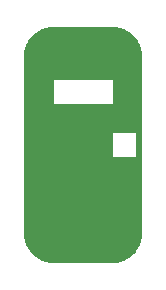
<source format=gbr>
%TF.GenerationSoftware,KiCad,Pcbnew,6.0.1-79c1e3a40b~116~ubuntu20.04.1*%
%TF.CreationDate,2022-01-29T01:29:46+01:00*%
%TF.ProjectId,load,6c6f6164-2e6b-4696-9361-645f70636258,1*%
%TF.SameCoordinates,Original*%
%TF.FileFunction,Soldermask,Top*%
%TF.FilePolarity,Negative*%
%FSLAX46Y46*%
G04 Gerber Fmt 4.6, Leading zero omitted, Abs format (unit mm)*
G04 Created by KiCad (PCBNEW 6.0.1-79c1e3a40b~116~ubuntu20.04.1) date 2022-01-29 01:29:46*
%MOMM*%
%LPD*%
G01*
G04 APERTURE LIST*
G04 Aperture macros list*
%AMRoundRect*
0 Rectangle with rounded corners*
0 $1 Rounding radius*
0 $2 $3 $4 $5 $6 $7 $8 $9 X,Y pos of 4 corners*
0 Add a 4 corners polygon primitive as box body*
4,1,4,$2,$3,$4,$5,$6,$7,$8,$9,$2,$3,0*
0 Add four circle primitives for the rounded corners*
1,1,$1+$1,$2,$3*
1,1,$1+$1,$4,$5*
1,1,$1+$1,$6,$7*
1,1,$1+$1,$8,$9*
0 Add four rect primitives between the rounded corners*
20,1,$1+$1,$2,$3,$4,$5,0*
20,1,$1+$1,$4,$5,$6,$7,0*
20,1,$1+$1,$6,$7,$8,$9,0*
20,1,$1+$1,$8,$9,$2,$3,0*%
G04 Aperture macros list end*
%ADD10RoundRect,0.250000X-0.262500X-0.450000X0.262500X-0.450000X0.262500X0.450000X-0.262500X0.450000X0*%
%ADD11C,3.400000*%
G04 APERTURE END LIST*
%TO.C,J1*%
G36*
X155500000Y-95500000D02*
G01*
X152500000Y-95500000D01*
X152500000Y-89500000D01*
X155500000Y-89500000D01*
X155500000Y-95500000D01*
G37*
%TD*%
D10*
%TO.C,R1*%
X156500000Y-92500000D03*
X158325000Y-92500000D03*
%TD*%
D11*
%TO.C,H4*%
X160000000Y-85000000D03*
%TD*%
%TO.C,H3*%
X155000000Y-85000000D03*
%TD*%
%TO.C,H2*%
X160000000Y-100000000D03*
%TD*%
%TO.C,H1*%
X155000000Y-100000000D03*
%TD*%
G36*
X160004119Y-82500270D02*
G01*
X160318073Y-82520848D01*
X160334413Y-82522999D01*
X160638950Y-82583574D01*
X160654871Y-82587840D01*
X160948888Y-82687646D01*
X160964114Y-82693953D01*
X161242592Y-82831283D01*
X161256866Y-82839524D01*
X161515034Y-83012027D01*
X161528109Y-83022060D01*
X161761557Y-83226788D01*
X161773212Y-83238443D01*
X161977940Y-83471891D01*
X161987973Y-83484966D01*
X162160476Y-83743134D01*
X162168717Y-83757408D01*
X162306047Y-84035886D01*
X162312354Y-84051112D01*
X162412160Y-84345129D01*
X162416426Y-84361050D01*
X162477001Y-84665587D01*
X162479152Y-84681927D01*
X162499730Y-84995881D01*
X162500000Y-85004122D01*
X162500000Y-91628000D01*
X162479998Y-91696121D01*
X162426342Y-91742614D01*
X162374000Y-91754000D01*
X162126000Y-91754000D01*
X162057879Y-91733998D01*
X162011386Y-91680342D01*
X162000000Y-91628000D01*
X162000000Y-91518115D01*
X161995525Y-91502876D01*
X161994135Y-91501671D01*
X161986452Y-91500000D01*
X160018115Y-91500000D01*
X160002876Y-91504475D01*
X160001671Y-91505865D01*
X160000000Y-91513548D01*
X160000000Y-91520838D01*
X159979998Y-91588959D01*
X159926342Y-91635452D01*
X159856068Y-91645556D01*
X159791488Y-91616062D01*
X159753104Y-91556336D01*
X159749364Y-91539329D01*
X159748131Y-91531018D01*
X159746919Y-91518709D01*
X159746152Y-91503094D01*
X159746000Y-91496912D01*
X159746000Y-89126000D01*
X159766002Y-89057879D01*
X159819658Y-89011386D01*
X159872000Y-89000000D01*
X159981885Y-89000000D01*
X159997124Y-88995525D01*
X159998329Y-88994135D01*
X160000000Y-88986452D01*
X160000000Y-87018115D01*
X159995525Y-87002876D01*
X159994135Y-87001671D01*
X159986452Y-87000000D01*
X155018115Y-87000000D01*
X155002876Y-87004475D01*
X155001671Y-87005865D01*
X155000000Y-87013548D01*
X155000000Y-88981885D01*
X155004475Y-88997124D01*
X155005865Y-88998329D01*
X155013548Y-89000000D01*
X155128000Y-89000000D01*
X155196121Y-89020002D01*
X155242614Y-89073658D01*
X155254000Y-89126000D01*
X155254000Y-102374000D01*
X155233998Y-102442121D01*
X155180342Y-102488614D01*
X155128000Y-102500000D01*
X155004122Y-102500000D01*
X154995881Y-102499730D01*
X154681927Y-102479152D01*
X154665587Y-102477001D01*
X154361050Y-102416426D01*
X154345129Y-102412160D01*
X154051112Y-102312354D01*
X154035886Y-102306047D01*
X153757408Y-102168717D01*
X153743134Y-102160476D01*
X153484966Y-101987973D01*
X153471891Y-101977940D01*
X153238443Y-101773212D01*
X153226788Y-101761557D01*
X153022060Y-101528109D01*
X153012027Y-101515034D01*
X152839524Y-101256866D01*
X152831283Y-101242592D01*
X152693953Y-100964114D01*
X152687646Y-100948888D01*
X152587840Y-100654871D01*
X152583574Y-100638950D01*
X152522999Y-100334413D01*
X152520848Y-100318073D01*
X152500270Y-100004119D01*
X152500000Y-99995878D01*
X152500000Y-85004122D01*
X152500270Y-84995881D01*
X152520848Y-84681927D01*
X152522999Y-84665587D01*
X152583574Y-84361050D01*
X152587840Y-84345129D01*
X152687646Y-84051112D01*
X152693953Y-84035886D01*
X152831283Y-83757408D01*
X152839524Y-83743134D01*
X153012027Y-83484966D01*
X153022060Y-83471891D01*
X153226788Y-83238443D01*
X153238443Y-83226788D01*
X153471891Y-83022060D01*
X153484966Y-83012027D01*
X153743134Y-82839524D01*
X153757408Y-82831283D01*
X154035886Y-82693953D01*
X154051112Y-82687646D01*
X154345129Y-82587840D01*
X154361050Y-82583574D01*
X154665587Y-82522999D01*
X154681927Y-82520848D01*
X154995881Y-82500270D01*
X155004122Y-82500000D01*
X159995878Y-82500000D01*
X160004119Y-82500270D01*
G37*
G36*
X160208512Y-88883938D02*
G01*
X160246896Y-88943664D01*
X160250636Y-88960671D01*
X160251869Y-88968982D01*
X160253081Y-88981291D01*
X160253848Y-88996906D01*
X160254000Y-89003088D01*
X160254000Y-91374000D01*
X160233998Y-91442121D01*
X160180342Y-91488614D01*
X160128000Y-91500000D01*
X160018115Y-91500000D01*
X160002876Y-91504475D01*
X160001671Y-91505865D01*
X160000000Y-91513548D01*
X160000000Y-93481885D01*
X160004475Y-93497124D01*
X160005865Y-93498329D01*
X160013548Y-93500000D01*
X161981885Y-93500000D01*
X161997124Y-93495525D01*
X161998329Y-93494135D01*
X162000000Y-93486452D01*
X162000000Y-93372000D01*
X162020002Y-93303879D01*
X162073658Y-93257386D01*
X162126000Y-93246000D01*
X162374000Y-93246000D01*
X162442121Y-93266002D01*
X162488614Y-93319658D01*
X162500000Y-93372000D01*
X162500000Y-99995878D01*
X162499730Y-100004119D01*
X162479152Y-100318073D01*
X162477001Y-100334413D01*
X162416426Y-100638950D01*
X162412160Y-100654871D01*
X162312354Y-100948888D01*
X162306047Y-100964114D01*
X162168717Y-101242592D01*
X162160476Y-101256866D01*
X161987973Y-101515034D01*
X161977940Y-101528109D01*
X161773212Y-101761557D01*
X161761557Y-101773212D01*
X161528109Y-101977940D01*
X161515034Y-101987973D01*
X161256866Y-102160476D01*
X161242592Y-102168717D01*
X160964114Y-102306047D01*
X160948888Y-102312354D01*
X160654871Y-102412160D01*
X160638950Y-102416426D01*
X160334413Y-102477001D01*
X160318073Y-102479152D01*
X160004119Y-102499730D01*
X159995878Y-102500000D01*
X155004122Y-102500000D01*
X154995881Y-102499730D01*
X154863759Y-102491070D01*
X154797092Y-102466656D01*
X154754208Y-102410074D01*
X154746000Y-102365340D01*
X154746000Y-89003088D01*
X154746152Y-88996906D01*
X154746919Y-88981291D01*
X154748131Y-88968982D01*
X154749364Y-88960671D01*
X154779146Y-88896223D01*
X154839044Y-88858108D01*
X154910040Y-88858426D01*
X154969593Y-88897077D01*
X154998797Y-88961790D01*
X155000000Y-88979162D01*
X155000000Y-88981885D01*
X155004475Y-88997124D01*
X155005865Y-88998329D01*
X155013548Y-89000000D01*
X159981885Y-89000000D01*
X159997124Y-88995525D01*
X159998329Y-88994135D01*
X160000000Y-88986452D01*
X160000000Y-88979162D01*
X160020002Y-88911041D01*
X160073658Y-88864548D01*
X160143932Y-88854444D01*
X160208512Y-88883938D01*
G37*
G36*
X162442121Y-91266002D02*
G01*
X162488614Y-91319658D01*
X162500000Y-91372000D01*
X162500000Y-93628000D01*
X162479998Y-93696121D01*
X162426342Y-93742614D01*
X162374000Y-93754000D01*
X162003088Y-93754000D01*
X161996906Y-93753848D01*
X161981291Y-93753081D01*
X161968982Y-93751869D01*
X161960671Y-93750636D01*
X161896223Y-93720854D01*
X161858108Y-93660956D01*
X161858426Y-93589960D01*
X161897077Y-93530407D01*
X161961790Y-93501203D01*
X161979162Y-93500000D01*
X161981885Y-93500000D01*
X161997124Y-93495525D01*
X161998329Y-93494135D01*
X162000000Y-93486452D01*
X162000000Y-91518115D01*
X161995525Y-91502876D01*
X161994135Y-91501671D01*
X161986452Y-91500000D01*
X161979162Y-91500000D01*
X161911041Y-91479998D01*
X161864548Y-91426342D01*
X161854444Y-91356068D01*
X161883938Y-91291488D01*
X161943664Y-91253104D01*
X161960671Y-91249364D01*
X161968982Y-91248131D01*
X161981291Y-91246919D01*
X161996906Y-91246152D01*
X162003088Y-91246000D01*
X162374000Y-91246000D01*
X162442121Y-91266002D01*
G37*
M02*

</source>
